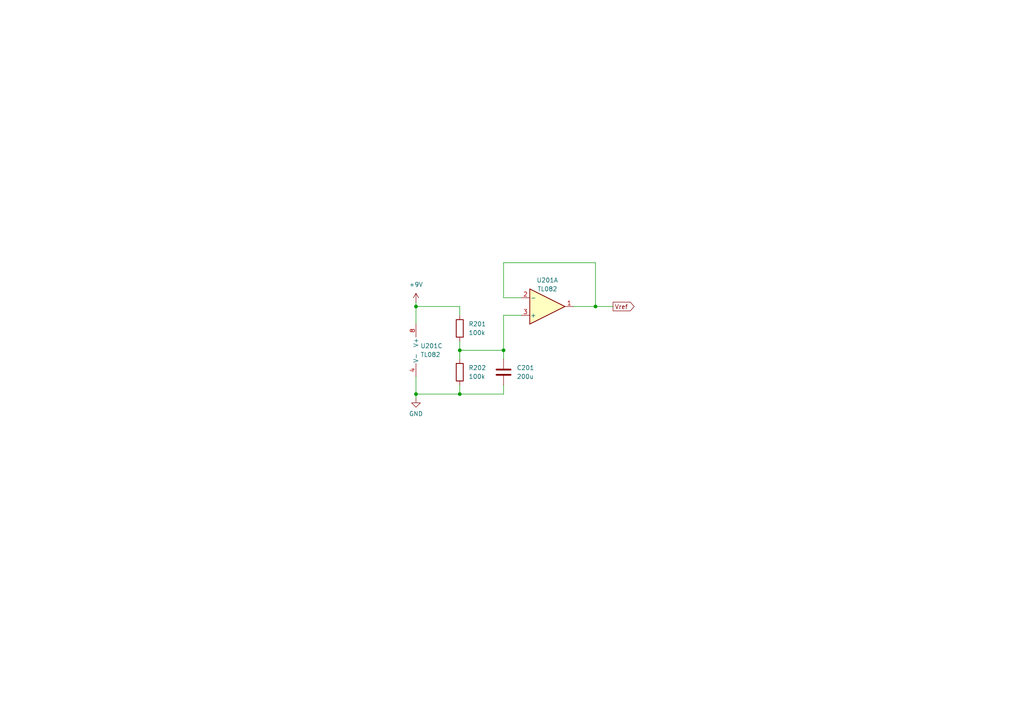
<source format=kicad_sch>
(kicad_sch (version 20211123) (generator eeschema)

  (uuid 87be9f6b-4c49-489f-b153-84806e9c7d46)

  (paper "A4")

  (lib_symbols
    (symbol "Amplifier_Operational:TL082" (pin_names (offset 0.127)) (in_bom yes) (on_board yes)
      (property "Reference" "U" (id 0) (at 0 5.08 0)
        (effects (font (size 1.27 1.27)) (justify left))
      )
      (property "Value" "TL082" (id 1) (at 0 -5.08 0)
        (effects (font (size 1.27 1.27)) (justify left))
      )
      (property "Footprint" "" (id 2) (at 0 0 0)
        (effects (font (size 1.27 1.27)) hide)
      )
      (property "Datasheet" "http://www.ti.com/lit/ds/symlink/tl081.pdf" (id 3) (at 0 0 0)
        (effects (font (size 1.27 1.27)) hide)
      )
      (property "ki_locked" "" (id 4) (at 0 0 0)
        (effects (font (size 1.27 1.27)))
      )
      (property "ki_keywords" "dual opamp" (id 5) (at 0 0 0)
        (effects (font (size 1.27 1.27)) hide)
      )
      (property "ki_description" "Dual JFET-Input Operational Amplifiers, DIP-8/SOIC-8/SSOP-8" (id 6) (at 0 0 0)
        (effects (font (size 1.27 1.27)) hide)
      )
      (property "ki_fp_filters" "SOIC*3.9x4.9mm*P1.27mm* DIP*W7.62mm* TO*99* OnSemi*Micro8* TSSOP*3x3mm*P0.65mm* TSSOP*4.4x3mm*P0.65mm* MSOP*3x3mm*P0.65mm* SSOP*3.9x4.9mm*P0.635mm* LFCSP*2x2mm*P0.5mm* *SIP* SOIC*5.3x6.2mm*P1.27mm*" (id 7) (at 0 0 0)
        (effects (font (size 1.27 1.27)) hide)
      )
      (symbol "TL082_1_1"
        (polyline
          (pts
            (xy -5.08 5.08)
            (xy 5.08 0)
            (xy -5.08 -5.08)
            (xy -5.08 5.08)
          )
          (stroke (width 0.254) (type default) (color 0 0 0 0))
          (fill (type background))
        )
        (pin output line (at 7.62 0 180) (length 2.54)
          (name "~" (effects (font (size 1.27 1.27))))
          (number "1" (effects (font (size 1.27 1.27))))
        )
        (pin input line (at -7.62 -2.54 0) (length 2.54)
          (name "-" (effects (font (size 1.27 1.27))))
          (number "2" (effects (font (size 1.27 1.27))))
        )
        (pin input line (at -7.62 2.54 0) (length 2.54)
          (name "+" (effects (font (size 1.27 1.27))))
          (number "3" (effects (font (size 1.27 1.27))))
        )
      )
      (symbol "TL082_2_1"
        (polyline
          (pts
            (xy -5.08 5.08)
            (xy 5.08 0)
            (xy -5.08 -5.08)
            (xy -5.08 5.08)
          )
          (stroke (width 0.254) (type default) (color 0 0 0 0))
          (fill (type background))
        )
        (pin input line (at -7.62 2.54 0) (length 2.54)
          (name "+" (effects (font (size 1.27 1.27))))
          (number "5" (effects (font (size 1.27 1.27))))
        )
        (pin input line (at -7.62 -2.54 0) (length 2.54)
          (name "-" (effects (font (size 1.27 1.27))))
          (number "6" (effects (font (size 1.27 1.27))))
        )
        (pin output line (at 7.62 0 180) (length 2.54)
          (name "~" (effects (font (size 1.27 1.27))))
          (number "7" (effects (font (size 1.27 1.27))))
        )
      )
      (symbol "TL082_3_1"
        (pin power_in line (at -2.54 -7.62 90) (length 3.81)
          (name "V-" (effects (font (size 1.27 1.27))))
          (number "4" (effects (font (size 1.27 1.27))))
        )
        (pin power_in line (at -2.54 7.62 270) (length 3.81)
          (name "V+" (effects (font (size 1.27 1.27))))
          (number "8" (effects (font (size 1.27 1.27))))
        )
      )
    )
    (symbol "Device:C" (pin_numbers hide) (pin_names (offset 0.254)) (in_bom yes) (on_board yes)
      (property "Reference" "C" (id 0) (at 0.635 2.54 0)
        (effects (font (size 1.27 1.27)) (justify left))
      )
      (property "Value" "C" (id 1) (at 0.635 -2.54 0)
        (effects (font (size 1.27 1.27)) (justify left))
      )
      (property "Footprint" "" (id 2) (at 0.9652 -3.81 0)
        (effects (font (size 1.27 1.27)) hide)
      )
      (property "Datasheet" "~" (id 3) (at 0 0 0)
        (effects (font (size 1.27 1.27)) hide)
      )
      (property "ki_keywords" "cap capacitor" (id 4) (at 0 0 0)
        (effects (font (size 1.27 1.27)) hide)
      )
      (property "ki_description" "Unpolarized capacitor" (id 5) (at 0 0 0)
        (effects (font (size 1.27 1.27)) hide)
      )
      (property "ki_fp_filters" "C_*" (id 6) (at 0 0 0)
        (effects (font (size 1.27 1.27)) hide)
      )
      (symbol "C_0_1"
        (polyline
          (pts
            (xy -2.032 -0.762)
            (xy 2.032 -0.762)
          )
          (stroke (width 0.508) (type default) (color 0 0 0 0))
          (fill (type none))
        )
        (polyline
          (pts
            (xy -2.032 0.762)
            (xy 2.032 0.762)
          )
          (stroke (width 0.508) (type default) (color 0 0 0 0))
          (fill (type none))
        )
      )
      (symbol "C_1_1"
        (pin passive line (at 0 3.81 270) (length 2.794)
          (name "~" (effects (font (size 1.27 1.27))))
          (number "1" (effects (font (size 1.27 1.27))))
        )
        (pin passive line (at 0 -3.81 90) (length 2.794)
          (name "~" (effects (font (size 1.27 1.27))))
          (number "2" (effects (font (size 1.27 1.27))))
        )
      )
    )
    (symbol "Device:R" (pin_numbers hide) (pin_names (offset 0)) (in_bom yes) (on_board yes)
      (property "Reference" "R" (id 0) (at 2.032 0 90)
        (effects (font (size 1.27 1.27)))
      )
      (property "Value" "R" (id 1) (at 0 0 90)
        (effects (font (size 1.27 1.27)))
      )
      (property "Footprint" "" (id 2) (at -1.778 0 90)
        (effects (font (size 1.27 1.27)) hide)
      )
      (property "Datasheet" "~" (id 3) (at 0 0 0)
        (effects (font (size 1.27 1.27)) hide)
      )
      (property "ki_keywords" "R res resistor" (id 4) (at 0 0 0)
        (effects (font (size 1.27 1.27)) hide)
      )
      (property "ki_description" "Resistor" (id 5) (at 0 0 0)
        (effects (font (size 1.27 1.27)) hide)
      )
      (property "ki_fp_filters" "R_*" (id 6) (at 0 0 0)
        (effects (font (size 1.27 1.27)) hide)
      )
      (symbol "R_0_1"
        (rectangle (start -1.016 -2.54) (end 1.016 2.54)
          (stroke (width 0.254) (type default) (color 0 0 0 0))
          (fill (type none))
        )
      )
      (symbol "R_1_1"
        (pin passive line (at 0 3.81 270) (length 1.27)
          (name "~" (effects (font (size 1.27 1.27))))
          (number "1" (effects (font (size 1.27 1.27))))
        )
        (pin passive line (at 0 -3.81 90) (length 1.27)
          (name "~" (effects (font (size 1.27 1.27))))
          (number "2" (effects (font (size 1.27 1.27))))
        )
      )
    )
    (symbol "power:+9V" (power) (pin_names (offset 0)) (in_bom yes) (on_board yes)
      (property "Reference" "#PWR" (id 0) (at 0 -3.81 0)
        (effects (font (size 1.27 1.27)) hide)
      )
      (property "Value" "+9V" (id 1) (at 0 3.556 0)
        (effects (font (size 1.27 1.27)))
      )
      (property "Footprint" "" (id 2) (at 0 0 0)
        (effects (font (size 1.27 1.27)) hide)
      )
      (property "Datasheet" "" (id 3) (at 0 0 0)
        (effects (font (size 1.27 1.27)) hide)
      )
      (property "ki_keywords" "power-flag" (id 4) (at 0 0 0)
        (effects (font (size 1.27 1.27)) hide)
      )
      (property "ki_description" "Power symbol creates a global label with name \"+9V\"" (id 5) (at 0 0 0)
        (effects (font (size 1.27 1.27)) hide)
      )
      (symbol "+9V_0_1"
        (polyline
          (pts
            (xy -0.762 1.27)
            (xy 0 2.54)
          )
          (stroke (width 0) (type default) (color 0 0 0 0))
          (fill (type none))
        )
        (polyline
          (pts
            (xy 0 0)
            (xy 0 2.54)
          )
          (stroke (width 0) (type default) (color 0 0 0 0))
          (fill (type none))
        )
        (polyline
          (pts
            (xy 0 2.54)
            (xy 0.762 1.27)
          )
          (stroke (width 0) (type default) (color 0 0 0 0))
          (fill (type none))
        )
      )
      (symbol "+9V_1_1"
        (pin power_in line (at 0 0 90) (length 0) hide
          (name "+9V" (effects (font (size 1.27 1.27))))
          (number "1" (effects (font (size 1.27 1.27))))
        )
      )
    )
    (symbol "power:GND" (power) (pin_names (offset 0)) (in_bom yes) (on_board yes)
      (property "Reference" "#PWR" (id 0) (at 0 -6.35 0)
        (effects (font (size 1.27 1.27)) hide)
      )
      (property "Value" "GND" (id 1) (at 0 -3.81 0)
        (effects (font (size 1.27 1.27)))
      )
      (property "Footprint" "" (id 2) (at 0 0 0)
        (effects (font (size 1.27 1.27)) hide)
      )
      (property "Datasheet" "" (id 3) (at 0 0 0)
        (effects (font (size 1.27 1.27)) hide)
      )
      (property "ki_keywords" "power-flag" (id 4) (at 0 0 0)
        (effects (font (size 1.27 1.27)) hide)
      )
      (property "ki_description" "Power symbol creates a global label with name \"GND\" , ground" (id 5) (at 0 0 0)
        (effects (font (size 1.27 1.27)) hide)
      )
      (symbol "GND_0_1"
        (polyline
          (pts
            (xy 0 0)
            (xy 0 -1.27)
            (xy 1.27 -1.27)
            (xy 0 -2.54)
            (xy -1.27 -1.27)
            (xy 0 -1.27)
          )
          (stroke (width 0) (type default) (color 0 0 0 0))
          (fill (type none))
        )
      )
      (symbol "GND_1_1"
        (pin power_in line (at 0 0 270) (length 0) hide
          (name "GND" (effects (font (size 1.27 1.27))))
          (number "1" (effects (font (size 1.27 1.27))))
        )
      )
    )
  )

  (junction (at 133.35 114.3) (diameter 0) (color 0 0 0 0)
    (uuid 4b9bb8e3-235c-4062-8b3c-3b3939695cfb)
  )
  (junction (at 172.72 88.9) (diameter 0) (color 0 0 0 0)
    (uuid cede4c27-a684-4202-ad59-033e9a58352d)
  )
  (junction (at 120.65 114.3) (diameter 0) (color 0 0 0 0)
    (uuid dab19ae1-62c6-4496-9d0d-b607ea306411)
  )
  (junction (at 133.35 101.6) (diameter 0) (color 0 0 0 0)
    (uuid dbf1fb30-9a6f-4e22-98f7-9cde6c3f8cbf)
  )
  (junction (at 120.65 88.9) (diameter 0) (color 0 0 0 0)
    (uuid dc62f211-8f29-4cc7-8de9-39d8c88af61d)
  )
  (junction (at 146.05 101.6) (diameter 0) (color 0 0 0 0)
    (uuid ec592831-c8de-47b8-8bf7-b7567cf122f4)
  )

  (wire (pts (xy 146.05 86.36) (xy 146.05 76.2))
    (stroke (width 0) (type default) (color 0 0 0 0))
    (uuid 0047b52b-be4d-4918-9c43-bad34ce4afec)
  )
  (wire (pts (xy 120.65 88.9) (xy 120.65 93.98))
    (stroke (width 0) (type default) (color 0 0 0 0))
    (uuid 0f51b23a-1687-4f9d-a13b-3ad4847aaf22)
  )
  (wire (pts (xy 120.65 87.63) (xy 120.65 88.9))
    (stroke (width 0) (type default) (color 0 0 0 0))
    (uuid 12e5f73a-4eee-45f6-8459-684ce59ba3e7)
  )
  (wire (pts (xy 146.05 76.2) (xy 172.72 76.2))
    (stroke (width 0) (type default) (color 0 0 0 0))
    (uuid 18e98bc6-9bd2-47f2-9d46-f87268ae58af)
  )
  (wire (pts (xy 120.65 88.9) (xy 133.35 88.9))
    (stroke (width 0) (type default) (color 0 0 0 0))
    (uuid 366135c4-f2fa-469f-ae85-5d97991db4f4)
  )
  (wire (pts (xy 133.35 99.06) (xy 133.35 101.6))
    (stroke (width 0) (type default) (color 0 0 0 0))
    (uuid 43a1429c-65e0-40be-a7ae-56e6e7373c59)
  )
  (wire (pts (xy 133.35 101.6) (xy 133.35 104.14))
    (stroke (width 0) (type default) (color 0 0 0 0))
    (uuid 43aeb985-a396-4c97-881a-089e04840dc9)
  )
  (wire (pts (xy 133.35 111.76) (xy 133.35 114.3))
    (stroke (width 0) (type default) (color 0 0 0 0))
    (uuid 4b4a857e-759e-434a-b198-70ed31e20336)
  )
  (wire (pts (xy 151.13 91.44) (xy 146.05 91.44))
    (stroke (width 0) (type default) (color 0 0 0 0))
    (uuid 4bad2a3d-f064-486c-84a9-ca426714fce8)
  )
  (wire (pts (xy 146.05 104.14) (xy 146.05 101.6))
    (stroke (width 0) (type default) (color 0 0 0 0))
    (uuid 4c644ff0-241d-4a92-be80-52094b23e5ec)
  )
  (wire (pts (xy 120.65 109.22) (xy 120.65 114.3))
    (stroke (width 0) (type default) (color 0 0 0 0))
    (uuid 5eed5802-10e4-4ad7-adae-36715f71a4b2)
  )
  (wire (pts (xy 133.35 114.3) (xy 146.05 114.3))
    (stroke (width 0) (type default) (color 0 0 0 0))
    (uuid 65c3e474-5c7e-462d-8bc3-ebd0b27428f3)
  )
  (wire (pts (xy 172.72 76.2) (xy 172.72 88.9))
    (stroke (width 0) (type default) (color 0 0 0 0))
    (uuid 8a0f360c-ba3e-465b-bab3-ffe480b6fbff)
  )
  (wire (pts (xy 120.65 114.3) (xy 120.65 115.57))
    (stroke (width 0) (type default) (color 0 0 0 0))
    (uuid 993d61e4-5f5e-487a-ab8a-1fb3cb5f0f1f)
  )
  (wire (pts (xy 146.05 91.44) (xy 146.05 101.6))
    (stroke (width 0) (type default) (color 0 0 0 0))
    (uuid 9e367ef0-8813-4c58-a71c-3dd7e45d8346)
  )
  (wire (pts (xy 166.37 88.9) (xy 172.72 88.9))
    (stroke (width 0) (type default) (color 0 0 0 0))
    (uuid a1b1801b-780b-40e4-a5b0-0df404607d34)
  )
  (wire (pts (xy 146.05 111.76) (xy 146.05 114.3))
    (stroke (width 0) (type default) (color 0 0 0 0))
    (uuid d89329a4-d75c-44a1-ab81-ee6e2bc21b94)
  )
  (wire (pts (xy 133.35 114.3) (xy 120.65 114.3))
    (stroke (width 0) (type default) (color 0 0 0 0))
    (uuid d99c768f-1d8b-44e6-a8d3-a954330a118d)
  )
  (wire (pts (xy 133.35 88.9) (xy 133.35 91.44))
    (stroke (width 0) (type default) (color 0 0 0 0))
    (uuid db830c04-994e-4195-9fb2-da435a828685)
  )
  (wire (pts (xy 151.13 86.36) (xy 146.05 86.36))
    (stroke (width 0) (type default) (color 0 0 0 0))
    (uuid f3a576c8-0d08-4aa6-8682-fd1bfdb4cb76)
  )
  (wire (pts (xy 146.05 101.6) (xy 133.35 101.6))
    (stroke (width 0) (type default) (color 0 0 0 0))
    (uuid f9238f9f-935c-4e05-bede-cc58617deb1c)
  )
  (wire (pts (xy 172.72 88.9) (xy 177.8 88.9))
    (stroke (width 0) (type default) (color 0 0 0 0))
    (uuid fb3c6c26-02b8-4fbd-b60e-82f65cc6eee8)
  )

  (global_label "Vref" (shape output) (at 177.8 88.9 0) (fields_autoplaced)
    (effects (font (size 1.27 1.27)) (justify left))
    (uuid 294c51c6-9e06-405d-9cb0-96f932158c07)
    (property "Intersheet References" "${INTERSHEET_REFS}" (id 0) (at 183.9021 88.8206 0)
      (effects (font (size 1.27 1.27)) (justify left) hide)
    )
  )

  (symbol (lib_id "Device:R") (at 133.35 95.25 0) (unit 1)
    (in_bom yes) (on_board yes) (fields_autoplaced)
    (uuid 627d0fda-e8f3-42ea-a474-f4cbfa03e3eb)
    (property "Reference" "R201" (id 0) (at 135.89 93.9799 0)
      (effects (font (size 1.27 1.27)) (justify left))
    )
    (property "Value" "100k" (id 1) (at 135.89 96.5199 0)
      (effects (font (size 1.27 1.27)) (justify left))
    )
    (property "Footprint" "Resistor_THT:R_Axial_DIN0207_L6.3mm_D2.5mm_P10.16mm_Horizontal" (id 2) (at 131.572 95.25 90)
      (effects (font (size 1.27 1.27)) hide)
    )
    (property "Datasheet" "~" (id 3) (at 133.35 95.25 0)
      (effects (font (size 1.27 1.27)) hide)
    )
    (pin "1" (uuid c7facf51-a6d2-40bd-83a5-899dabf111cf))
    (pin "2" (uuid ab3fdcba-b593-45fd-9a36-573281f14520))
  )

  (symbol (lib_id "Device:C") (at 146.05 107.95 0) (unit 1)
    (in_bom yes) (on_board yes) (fields_autoplaced)
    (uuid 6456a2ae-136a-4925-9fdb-83be3cb69396)
    (property "Reference" "C201" (id 0) (at 149.86 106.6799 0)
      (effects (font (size 1.27 1.27)) (justify left))
    )
    (property "Value" "200u" (id 1) (at 149.86 109.2199 0)
      (effects (font (size 1.27 1.27)) (justify left))
    )
    (property "Footprint" "Capacitor_THT:CP_Radial_D8.0mm_P5.00mm" (id 2) (at 147.0152 111.76 0)
      (effects (font (size 1.27 1.27)) hide)
    )
    (property "Datasheet" "~" (id 3) (at 146.05 107.95 0)
      (effects (font (size 1.27 1.27)) hide)
    )
    (pin "1" (uuid 5740b1b9-ef67-4091-b3b4-673b0ac29da7))
    (pin "2" (uuid 97e030c4-f35f-4dd9-ba2c-9f615883e2bf))
  )

  (symbol (lib_id "Amplifier_Operational:TL082") (at 123.19 101.6 0) (unit 3)
    (in_bom yes) (on_board yes) (fields_autoplaced)
    (uuid 8b001efc-d33a-49c1-827d-344bfd5520a9)
    (property "Reference" "U201" (id 0) (at 121.92 100.3299 0)
      (effects (font (size 1.27 1.27)) (justify left))
    )
    (property "Value" "TL082" (id 1) (at 121.92 102.8699 0)
      (effects (font (size 1.27 1.27)) (justify left))
    )
    (property "Footprint" "Package_DIP:DIP-8_W7.62mm" (id 2) (at 123.19 101.6 0)
      (effects (font (size 1.27 1.27)) hide)
    )
    (property "Datasheet" "http://www.ti.com/lit/ds/symlink/tl081.pdf" (id 3) (at 123.19 101.6 0)
      (effects (font (size 1.27 1.27)) hide)
    )
    (pin "4" (uuid 1ee140ae-a63d-4209-833a-29802c6b5208))
    (pin "8" (uuid fc35777c-0e45-4cb4-b830-c96b85d6add4))
  )

  (symbol (lib_id "power:+9V") (at 120.65 87.63 0) (unit 1)
    (in_bom yes) (on_board yes) (fields_autoplaced)
    (uuid be13a4dd-1985-4f84-81d1-453fb2ae14e7)
    (property "Reference" "#PWR0201" (id 0) (at 120.65 91.44 0)
      (effects (font (size 1.27 1.27)) hide)
    )
    (property "Value" "+9V" (id 1) (at 120.65 82.55 0))
    (property "Footprint" "" (id 2) (at 120.65 87.63 0)
      (effects (font (size 1.27 1.27)) hide)
    )
    (property "Datasheet" "" (id 3) (at 120.65 87.63 0)
      (effects (font (size 1.27 1.27)) hide)
    )
    (pin "1" (uuid 2ac36b2e-8817-4231-8564-dcd5bc2bd3c7))
  )

  (symbol (lib_id "power:GND") (at 120.65 115.57 0) (unit 1)
    (in_bom yes) (on_board yes) (fields_autoplaced)
    (uuid c89a5aac-3e29-4e9e-9f51-4ab6ee9c4a82)
    (property "Reference" "#PWR0202" (id 0) (at 120.65 121.92 0)
      (effects (font (size 1.27 1.27)) hide)
    )
    (property "Value" "GND" (id 1) (at 120.65 120.015 0))
    (property "Footprint" "" (id 2) (at 120.65 115.57 0)
      (effects (font (size 1.27 1.27)) hide)
    )
    (property "Datasheet" "" (id 3) (at 120.65 115.57 0)
      (effects (font (size 1.27 1.27)) hide)
    )
    (pin "1" (uuid 81cc144d-3089-4d95-9d17-daceb889c210))
  )

  (symbol (lib_id "Device:R") (at 133.35 107.95 0) (unit 1)
    (in_bom yes) (on_board yes) (fields_autoplaced)
    (uuid d2bed78a-b7da-4aeb-8c6b-258ddd4d8da0)
    (property "Reference" "R202" (id 0) (at 135.89 106.6799 0)
      (effects (font (size 1.27 1.27)) (justify left))
    )
    (property "Value" "100k" (id 1) (at 135.89 109.2199 0)
      (effects (font (size 1.27 1.27)) (justify left))
    )
    (property "Footprint" "Resistor_THT:R_Axial_DIN0207_L6.3mm_D2.5mm_P10.16mm_Horizontal" (id 2) (at 131.572 107.95 90)
      (effects (font (size 1.27 1.27)) hide)
    )
    (property "Datasheet" "~" (id 3) (at 133.35 107.95 0)
      (effects (font (size 1.27 1.27)) hide)
    )
    (pin "1" (uuid 57d72753-ac98-4d26-a7e5-029e4fc09719))
    (pin "2" (uuid 96d51ca8-c634-468f-84d5-0f7c67660e1e))
  )

  (symbol (lib_id "Amplifier_Operational:TL082") (at 158.75 88.9 0) (mirror x) (unit 1)
    (in_bom yes) (on_board yes)
    (uuid ed4ec7d6-47ec-4264-88b2-6e59ea0a396f)
    (property "Reference" "U201" (id 0) (at 158.75 81.28 0))
    (property "Value" "TL082" (id 1) (at 158.75 83.82 0))
    (property "Footprint" "Package_DIP:DIP-8_W7.62mm" (id 2) (at 158.75 88.9 0)
      (effects (font (size 1.27 1.27)) hide)
    )
    (property "Datasheet" "http://www.ti.com/lit/ds/symlink/tl081.pdf" (id 3) (at 158.75 88.9 0)
      (effects (font (size 1.27 1.27)) hide)
    )
    (pin "1" (uuid d11aa384-b8aa-4c2a-93ce-e9c9918917b1))
    (pin "2" (uuid 32bd6656-1052-42ab-8a0a-6d97cd8ec8d4))
    (pin "3" (uuid 1452b890-94bb-440c-a865-f1387963a4f9))
  )
)

</source>
